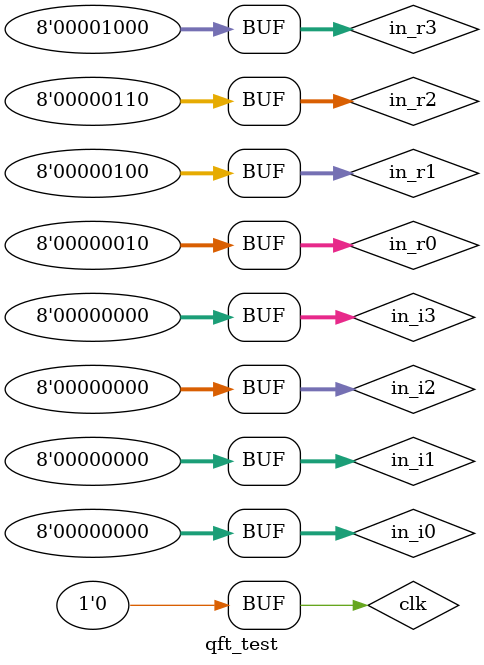
<source format=v>
`timescale 1ns / 1ps


module qft_test;

	// Inputs
	reg clk;
	reg [7:0] in_r0;
	reg [7:0] in_r1;
	reg [7:0] in_r2;
	reg [7:0] in_r3;
	reg [7:0] in_i0;
	reg [7:0] in_i1;
	reg [7:0] in_i2;
	reg [7:0] in_i3;
	reg [12:0] out_r0;
	reg [12:0] out_r1;
	reg [12:0] out_r2;
	reg [12:0] out_r3;
	reg [12:0] out_i0;
	reg [12:0] out_i1;
	reg [12:0] out_i2;
	reg [12:0] out_i3;

	// Instantiate the Unit Under Test (UUT)
	qft uut (
		.clk(clk), 
		.in_r0(in_r0), 
		.in_r1(in_r1), 
		.in_r2(in_r2), 
		.in_r3(in_r3), 
		.in_i0(in_i0), 
		.in_i1(in_i1), 
		.in_i2(in_i2), 
		.in_i3(in_i3), 
		.out_r0(out_r0), 
		.out_r1(out_r1), 
		.out_r2(out_r2), 
		.out_r3(out_r3), 
		.out_i0(out_i0), 
		.out_i1(out_i1), 
		.out_i2(out_i2), 
		.out_i3(out_i3)
	);

	initial begin
		// Initialize Inputs
		clk = 0;
		in_r0 = 2;
		in_r1 = 4;
		in_r2 = 6;
		in_r3 = 8;
		in_i0 = 0;
		in_i1 = 0;
		in_i2 = 0;
		in_i3 = 0;

		// Wait 100 ns for global reset to finish
		#100;
        
		// Add stimulus here

	end
      
endmodule


</source>
